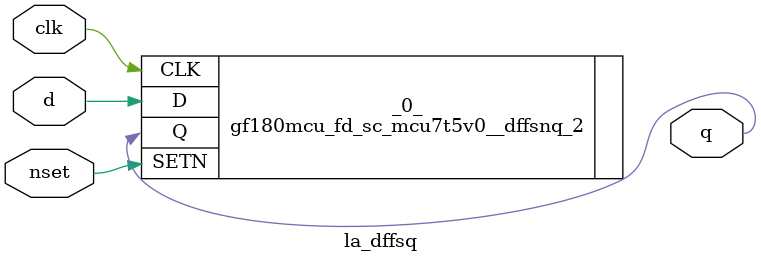
<source format=v>

/* Generated by Yosys 0.37 (git sha1 a5c7f69ed, clang 14.0.0-1ubuntu1.1 -fPIC -Os) */

module la_dffsq(d, clk, nset, q);
  input clk;
  wire clk;
  input d;
  wire d;
  input nset;
  wire nset;
  output q;
  wire q;
  gf180mcu_fd_sc_mcu7t5v0__dffsnq_2 _0_ (
    .CLK(clk),
    .D(d),
    .Q(q),
    .SETN(nset)
  );
endmodule

</source>
